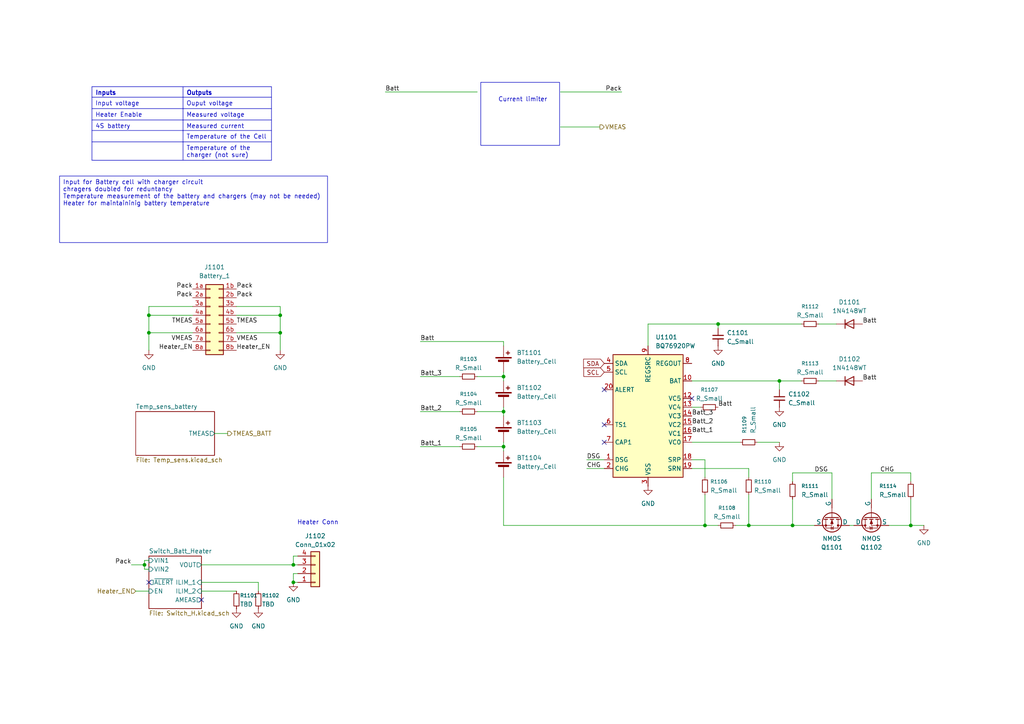
<source format=kicad_sch>
(kicad_sch (version 20250114) (generator "eeschema") (generator_version "9.0")
  (paper "A4")
  (lib_symbols
    (symbol "Battery_Management:BQ76920PW"
      (property "Reference" "U" (at -10.16 19.05 0))
      (property "Value" "BQ76920PW" (at 12.7 19.05 0))
      (symbol "BQ76920PW_0_1"
        (rectangle (start -10.16 17.78) (end 10.16 -17.78) (stroke (width 0.254)) (fill (type background)))
      )
      (symbol "BQ76920PW_1_0"
        (pin bidirectional line (at -12.7 7.62 0) (length 2.54) (name "ALERT") (number "20"))
        (pin passive line (at -12.7 -2.54 0) (length 2.54) (name "TS1") (number "6"))
        (pin passive line (at -12.7 -7.62 0) (length 2.54) (name "CAP1") (number "7"))
        (pin no_connect line (at -2.54 -17.78 90) (length 2.54) (hide yes) (name "NC") (number "11"))
        (pin power_in line (at 0 20.32 270) (length 2.54) (name "REGSRC") (number "9"))
        (pin power_out line (at 12.7 15.24 180) (length 2.54) (name "REGOUT") (number "8"))
        (pin input line (at 12.7 10.16 180) (length 2.54) (name "BAT") (number "10"))
        (pin input line (at 12.7 5.08 180) (length 2.54) (name "VC5") (number "12"))
        (pin input line (at 12.7 2.54 180) (length 2.54) (name "VC4") (number "13"))
        (pin input line (at 12.7 0 180) (length 2.54) (name "VC3") (number "14"))
        (pin input line (at 12.7 -2.54 180) (length 2.54) (name "VC2") (number "15"))
        (pin input line (at 12.7 -5.08 180) (length 2.54) (name "VC1") (number "16"))
        (pin input line (at 12.7 -7.62 180) (length 2.54) (name "VC0") (number "17"))
        (pin input line (at 12.7 -12.7 180) (length 2.54) (name "SRP") (number "18"))
        (pin input line (at 12.7 -15.24 180) (length 2.54) (name "SRN") (number "19"))
      )
      (symbol "BQ76920PW_1_1"
        (pin bidirectional line (at -12.7 15.24 0) (length 2.54) (name "SDA") (number "4"))
        (pin input line (at -12.7 12.7 0) (length 2.54) (name "SCL") (number "5"))
        (pin output line (at -12.7 -12.7 0) (length 2.54) (name "DSG") (number "1"))
        (pin output line (at -12.7 -15.24 0) (length 2.54) (name "CHG") (number "2"))
        (pin power_in line (at 0 -20.32 90) (length 2.54) (name "VSS") (number "3"))
      )
    )
    (symbol "Connector_Generic:Conn_01x04" (pin_names (offset 1.016) (hide yes))
      (property "Reference" "J" (at 0 5.08 0))
      (property "Value" "Conn_01x04" (at 0 -7.62 0))
      (symbol "Conn_01x04_1_1"
        (rectangle (start -1.27 3.81) (end 1.27 -6.35) (stroke (width 0.254)) (fill (type background)))
        (rectangle (start -1.27 2.667) (end 0 2.413) (stroke (width 0.1524)))
        (rectangle (start -1.27 0.127) (end 0 -0.127) (stroke (width 0.1524)))
        (rectangle (start -1.27 -2.413) (end 0 -2.667) (stroke (width 0.1524)))
        (rectangle (start -1.27 -4.953) (end 0 -5.207) (stroke (width 0.1524)))
        (pin passive line (at -5.08 2.54 0) (length 3.81) (name "Pin_1") (number "1"))
        (pin passive line (at -5.08 0 0) (length 3.81) (name "Pin_2") (number "2"))
        (pin passive line (at -5.08 -2.54 0) (length 3.81) (name "Pin_3") (number "3"))
        (pin passive line (at -5.08 -5.08 0) (length 3.81) (name "Pin_4") (number "4"))
      )
    )
    (symbol "Connector_Generic:Conn_02x08_Row_Letter_Last" (pin_names (offset 1.016) (hide yes))
      (property "Reference" "J" (at 1.27 10.16 0))
      (property "Value" "Conn_02x08_Row_Letter_Last" (at 1.27 -12.7 0))
      (symbol "Conn_02x08_Row_Letter_Last_1_1"
        (rectangle (start -1.27 8.89) (end 3.81 -11.43) (stroke (width 0.254)) (fill (type background)))
        (rectangle (start -1.27 7.747) (end 0 7.493) (stroke (width 0.1524)))
        (rectangle (start -1.27 5.207) (end 0 4.953) (stroke (width 0.1524)))
        (rectangle (start -1.27 2.667) (end 0 2.413) (stroke (width 0.1524)))
        (rectangle (start -1.27 0.127) (end 0 -0.127) (stroke (width 0.1524)))
        (rectangle (start -1.27 -2.413) (end 0 -2.667) (stroke (width 0.1524)))
        (rectangle (start -1.27 -4.953) (end 0 -5.207) (stroke (width 0.1524)))
        (rectangle (start -1.27 -7.493) (end 0 -7.747) (stroke (width 0.1524)))
        (rectangle (start -1.27 -10.033) (end 0 -10.287) (stroke (width 0.1524)))
        (rectangle (start 3.81 7.747) (end 2.54 7.493) (stroke (width 0.1524)))
        (rectangle (start 3.81 5.207) (end 2.54 4.953) (stroke (width 0.1524)))
        (rectangle (start 3.81 2.667) (end 2.54 2.413) (stroke (width 0.1524)))
        (rectangle (start 3.81 0.127) (end 2.54 -0.127) (stroke (width 0.1524)))
        (rectangle (start 3.81 -2.413) (end 2.54 -2.667) (stroke (width 0.1524)))
        (rectangle (start 3.81 -4.953) (end 2.54 -5.207) (stroke (width 0.1524)))
        (rectangle (start 3.81 -7.493) (end 2.54 -7.747) (stroke (width 0.1524)))
        (rectangle (start 3.81 -10.033) (end 2.54 -10.287) (stroke (width 0.1524)))
        (pin passive line (at -5.08 7.62 0) (length 3.81) (name "Pin_1a") (number "1a"))
        (pin passive line (at -5.08 5.08 0) (length 3.81) (name "Pin_2a") (number "2a"))
        (pin passive line (at -5.08 2.54 0) (length 3.81) (name "Pin_3a") (number "3a"))
        (pin passive line (at -5.08 0 0) (length 3.81) (name "Pin_4a") (number "4a"))
        (pin passive line (at -5.08 -2.54 0) (length 3.81) (name "Pin_5a") (number "5a"))
        (pin passive line (at -5.08 -5.08 0) (length 3.81) (name "Pin_6a") (number "6a"))
        (pin passive line (at -5.08 -7.62 0) (length 3.81) (name "Pin_7a") (number "7a"))
        (pin passive line (at -5.08 -10.16 0) (length 3.81) (name "Pin_8a") (number "8a"))
        (pin passive line (at 7.62 7.62 180) (length 3.81) (name "Pin_1b") (number "1b"))
        (pin passive line (at 7.62 5.08 180) (length 3.81) (name "Pin_2b") (number "2b"))
        (pin passive line (at 7.62 2.54 180) (length 3.81) (name "Pin_3b") (number "3b"))
        (pin passive line (at 7.62 0 180) (length 3.81) (name "Pin_4b") (number "4b"))
        (pin passive line (at 7.62 -2.54 180) (length 3.81) (name "Pin_5b") (number "5b"))
        (pin passive line (at 7.62 -5.08 180) (length 3.81) (name "Pin_6b") (number "6b"))
        (pin passive line (at 7.62 -7.62 180) (length 3.81) (name "Pin_7b") (number "7b"))
        (pin passive line (at 7.62 -10.16 180) (length 3.81) (name "Pin_8b") (number "8b"))
      )
    )
    (symbol "Device:Battery_Cell" (pin_numbers (hide yes)) (pin_names (offset 0) (hide yes))
      (property "Reference" "BT" (at 2.54 2.54 0))
      (property "Value" "Battery_Cell" (at 2.54 0 0))
      (symbol "Battery_Cell_0_1"
        (rectangle (start -2.286 1.778) (end 2.286 1.524) (fill (type outline)))
        (rectangle (start -1.524 1.016) (end 1.524 0.508) (fill (type outline)))
        (polyline (pts (xy 0 1.778) (xy 0 2.54)))
        (polyline (pts (xy 0 0.762) (xy 0 0)))
        (polyline (pts (xy 0.762 3.048) (xy 1.778 3.048)) (stroke (width 0.254)))
        (polyline (pts (xy 1.27 3.556) (xy 1.27 2.54)) (stroke (width 0.254)))
      )
      (symbol "Battery_Cell_1_1"
        (pin passive line (at 0 5.08 270) (length 2.54) (name "+") (number "1"))
        (pin passive line (at 0 -2.54 90) (length 2.54) (name "-") (number "2"))
      )
    )
    (symbol "Device:C_Small" (pin_numbers (hide yes)) (pin_names (offset 0.254) (hide yes))
      (property "Reference" "C" (at 0.254 1.778 0))
      (property "Value" "C_Small" (at 0.254 -2.032 0))
      (symbol "C_Small_0_1"
        (polyline (pts (xy -1.524 0.508) (xy 1.524 0.508)) (stroke (width 0.3048)))
        (polyline (pts (xy -1.524 -0.508) (xy 1.524 -0.508)) (stroke (width 0.3302)))
      )
      (symbol "C_Small_1_1"
        (pin passive line (at 0 2.54 270) (length 2.032) (name "~") (number "1"))
        (pin passive line (at 0 -2.54 90) (length 2.032) (name "~") (number "2"))
      )
    )
    (symbol "Device:R_Small" (pin_numbers (hide yes)) (pin_names (offset 0.254) (hide yes))
      (property "Reference" "R" (at 0 0 90))
      (property "Value" "R_Small" (at 1.778 0 90))
      (symbol "R_Small_0_1"
        (rectangle (start -0.762 1.778) (end 0.762 -1.778) (stroke (width 0.2032)))
      )
      (symbol "R_Small_1_1"
        (pin passive line (at 0 2.54 270) (length 0.762) (name "~") (number "1"))
        (pin passive line (at 0 -2.54 90) (length 0.762) (name "~") (number "2"))
      )
    )
    (symbol "Diode:1N4148WT" (pin_numbers (hide yes)) (pin_names (hide yes))
      (property "Reference" "D" (at 0 2.54 0))
      (property "Value" "1N4148WT" (at 0 -2.54 0))
      (symbol "1N4148WT_0_1"
        (polyline (pts (xy -1.27 1.27) (xy -1.27 -1.27)) (stroke (width 0.254)))
        (polyline (pts (xy 1.27 1.27) (xy 1.27 -1.27) (xy -1.27 0) (xy 1.27 1.27)) (stroke (width 0.254)))
        (polyline (pts (xy 1.27 0) (xy -1.27 0)))
      )
      (symbol "1N4148WT_1_1"
        (pin passive line (at -3.81 0 0) (length 2.54) (name "K") (number "1"))
        (pin passive line (at 3.81 0 180) (length 2.54) (name "A") (number "2"))
      )
    )
    (symbol "Simulation_SPICE:NMOS" (pin_numbers (hide yes)) (pin_names (offset 0))
      (property "Reference" "Q" (at 5.08 1.27 0))
      (property "Value" "NMOS" (at 5.08 -1.27 0))
      (symbol "NMOS_0_1"
        (polyline (pts (xy 0.254 1.905) (xy 0.254 -1.905)) (stroke (width 0.254)))
        (polyline (pts (xy 0.254 0) (xy -2.54 0)))
        (polyline (pts (xy 0.762 2.286) (xy 0.762 1.27)) (stroke (width 0.254)))
        (polyline (pts (xy 0.762 0.508) (xy 0.762 -0.508)) (stroke (width 0.254)))
        (polyline (pts (xy 0.762 -1.27) (xy 0.762 -2.286)) (stroke (width 0.254)))
        (polyline (pts (xy 0.762 -1.778) (xy 3.302 -1.778) (xy 3.302 1.778) (xy 0.762 1.778)))
        (polyline (pts (xy 1.016 0) (xy 2.032 0.381) (xy 2.032 -0.381) (xy 1.016 0)) (fill (type outline)))
        (circle (center 1.651 0) (radius 2.794) (stroke (width 0.254)))
        (polyline (pts (xy 2.54 2.54) (xy 2.54 1.778)))
        (circle (center 2.54 1.778) (radius 0.254) (fill (type outline)))
        (circle (center 2.54 -1.778) (radius 0.254) (fill (type outline)))
        (polyline (pts (xy 2.54 -2.54) (xy 2.54 0) (xy 0.762 0)))
        (polyline (pts (xy 2.794 0.508) (xy 2.921 0.381) (xy 3.683 0.381) (xy 3.81 0.254)))
        (polyline (pts (xy 3.302 0.381) (xy 2.921 -0.254) (xy 3.683 -0.254) (xy 3.302 0.381)))
      )
      (symbol "NMOS_1_1"
        (pin input line (at -5.08 0 0) (length 2.54) (name "G") (number "2"))
        (pin passive line (at 2.54 5.08 270) (length 2.54) (name "D") (number "1"))
        (pin passive line (at 2.54 -5.08 90) (length 2.54) (name "S") (number "3"))
      )
    )
    (symbol "power:GND" (power) (pin_numbers (hide yes)) (pin_names (offset 0) (hide yes))
      (property "Value" "GND" (at 0 -3.81 0))
      (symbol "GND_0_1"
        (polyline (pts (xy 0 0) (xy 0 -1.27) (xy 1.27 -1.27) (xy 0 -2.54) (xy -1.27 -1.27) (xy 0 -1.27)))
      )
      (symbol "GND_1_1"
        (pin power_in line (at 0 0 270) (length 0) (name "~") (number "1"))
      )
    )
  )
  (rectangle (start 139.446 23.876) (end 162.306 42.164))
  (text "Heater Conn" (at 92.202 151.638 0) (effects (font (size 1.27 1.27))))
  (text "Current limiter" (at 151.638 28.956 0) (effects (font (size 1.27 1.27))))
  (text_box "Power that charges the batteries is regulated by MPPT in SOL" (at 142.24 -13.97 0) (size 46.99 12.7) (margins 0.9525 0.9525 0.9525 0.9525) (effects (font (size 1.27 1.27)) (justify left top)))
  (text_box "Input for Battery cell with charger circuit\nchragers doubled for reduntancy\nTemperature measurement of the battery and chargers (may not be needed)\nHeater for maintaininig battery temperature" (at 17.272 51.054 0) (size 77.724 19.304) (margins 0.9525 0.9525 0.9525 0.9525) (effects (font (size 1.27 1.27)) (justify left top)))
  (junction (at 264.16 152.4))
  (junction (at 146.05 109.22))
  (junction (at 146.05 129.54))
  (junction (at 208.28 93.98))
  (junction (at 43.18 91.44))
  (junction (at 85.09 163.83))
  (junction (at 217.17 152.4))
  (junction (at 41.91 163.83))
  (junction (at 226.06 110.49))
  (junction (at 43.18 96.52))
  (junction (at 146.05 119.38))
  (junction (at 204.47 152.4))
  (junction (at 81.28 91.44))
  (junction (at 229.87 152.4))
  (junction (at 85.09 168.91))
  (junction (at 81.28 96.52))
  (no_connect (at 43.18 168.91))
  (no_connect (at 200.66 115.57))
  (no_connect (at 175.26 113.03))
  (no_connect (at 175.26 128.27))
  (no_connect (at 175.26 123.19))
  (no_connect (at 58.42 173.99))
  (wire (pts (xy 242.57 110.49) (xy 237.49 110.49)))
  (wire (pts (xy 208.28 93.98) (xy 187.96 93.98)))
  (wire (pts (xy 81.28 96.52) (xy 81.28 91.44)))
  (wire (pts (xy 187.96 93.98) (xy 187.96 100.33)))
  (wire (pts (xy 43.18 88.9) (xy 55.88 88.9)))
  (wire (pts (xy 81.28 101.6) (xy 81.28 96.52)))
  (wire (pts (xy 38.1 163.83) (xy 41.91 163.83)))
  (wire (pts (xy 232.41 110.49) (xy 226.06 110.49)))
  (wire (pts (xy 74.93 168.91) (xy 74.93 171.45)))
  (wire (pts (xy 217.17 152.4) (xy 229.87 152.4)))
  (wire (pts (xy 68.58 96.52) (xy 81.28 96.52)))
  (wire (pts (xy 39.37 171.45) (xy 43.18 171.45)))
  (wire (pts (xy 138.43 119.38) (xy 146.05 119.38)))
  (wire (pts (xy 146.05 129.54) (xy 146.05 128.27)))
  (wire (pts (xy 217.17 138.43) (xy 217.17 135.89)))
  (wire (pts (xy 58.42 168.91) (xy 74.93 168.91)))
  (wire (pts (xy 252.73 137.16) (xy 264.16 137.16)))
  (wire (pts (xy 138.43 109.22) (xy 146.05 109.22)))
  (wire (pts (xy 257.81 152.4) (xy 264.16 152.4)))
  (wire (pts (xy 68.58 88.9) (xy 81.28 88.9)))
  (wire (pts (xy 252.73 137.16) (xy 252.73 144.78)))
  (wire (pts (xy 146.05 109.22) (xy 146.05 110.49)))
  (wire (pts (xy 85.09 168.91) (xy 86.36 168.91)))
  (wire (pts (xy 146.05 138.43) (xy 146.05 152.4)))
  (wire (pts (xy 66.04 125.73) (xy 62.23 125.73)))
  (wire (pts (xy 43.18 101.6) (xy 43.18 96.52)))
  (wire (pts (xy 217.17 135.89) (xy 200.66 135.89)))
  (wire (pts (xy 170.18 133.35) (xy 175.26 133.35)))
  (wire (pts (xy 264.16 137.16) (xy 264.16 139.7)))
  (wire (pts (xy 43.18 96.52) (xy 55.88 96.52)))
  (wire (pts (xy 146.05 120.65) (xy 146.05 119.38)))
  (wire (pts (xy 146.05 119.38) (xy 146.05 118.11)))
  (wire (pts (xy 58.42 171.45) (xy 68.58 171.45)))
  (wire (pts (xy 41.91 163.83) (xy 41.91 165.1)))
  (wire (pts (xy 217.17 143.51) (xy 217.17 152.4)))
  (wire (pts (xy 226.06 128.27) (xy 219.71 128.27)))
  (wire (pts (xy 242.57 93.98) (xy 237.49 93.98)))
  (wire (pts (xy 200.66 128.27) (xy 214.63 128.27)))
  (wire (pts (xy 146.05 152.4) (xy 204.47 152.4)))
  (wire (pts (xy 121.92 109.22) (xy 133.35 109.22)))
  (wire (pts (xy 43.18 162.56) (xy 41.91 162.56)))
  (wire (pts (xy 41.91 165.1) (xy 43.18 165.1)))
  (wire (pts (xy 41.91 162.56) (xy 41.91 163.83)))
  (wire (pts (xy 229.87 137.16) (xy 241.3 137.16)))
  (wire (pts (xy 213.36 152.4) (xy 217.17 152.4)))
  (wire (pts (xy 43.18 91.44) (xy 55.88 91.44)))
  (wire (pts (xy 162.56 36.83) (xy 173.99 36.83)))
  (wire (pts (xy 229.87 152.4) (xy 236.22 152.4)))
  (wire (pts (xy 204.47 133.35) (xy 200.66 133.35)))
  (wire (pts (xy 203.2 118.11) (xy 200.66 118.11)))
  (wire (pts (xy 43.18 96.52) (xy 43.18 91.44)))
  (wire (pts (xy 85.09 161.29) (xy 85.09 163.83)))
  (wire (pts (xy 85.09 161.29) (xy 86.36 161.29)))
  (wire (pts (xy 204.47 143.51) (xy 204.47 152.4)))
  (wire (pts (xy 58.42 163.83) (xy 85.09 163.83)))
  (wire (pts (xy 170.18 135.89) (xy 175.26 135.89)))
  (wire (pts (xy 146.05 130.81) (xy 146.05 129.54)))
  (wire (pts (xy 232.41 93.98) (xy 208.28 93.98)))
  (wire (pts (xy 68.58 91.44) (xy 81.28 91.44)))
  (wire (pts (xy 43.18 88.9) (xy 43.18 91.44)))
  (wire (pts (xy 241.3 137.16) (xy 241.3 144.78)))
  (wire (pts (xy 246.38 152.4) (xy 247.65 152.4)))
  (wire (pts (xy 111.76 26.67) (xy 138.43 26.67)))
  (wire (pts (xy 138.43 129.54) (xy 146.05 129.54)))
  (wire (pts (xy 204.47 152.4) (xy 208.28 152.4)))
  (wire (pts (xy 226.06 110.49) (xy 200.66 110.49)))
  (wire (pts (xy 121.92 119.38) (xy 133.35 119.38)))
  (wire (pts (xy 85.09 166.37) (xy 86.36 166.37)))
  (wire (pts (xy 146.05 99.06) (xy 146.05 100.33)))
  (wire (pts (xy 264.16 152.4) (xy 267.97 152.4)))
  (wire (pts (xy 162.56 26.67) (xy 180.34 26.67)))
  (wire (pts (xy 81.28 88.9) (xy 81.28 91.44)))
  (wire (pts (xy 229.87 137.16) (xy 229.87 139.7)))
  (wire (pts (xy 121.92 99.06) (xy 146.05 99.06)))
  (wire (pts (xy 208.28 95.25) (xy 208.28 93.98)))
  (wire (pts (xy 85.09 163.83) (xy 86.36 163.83)))
  (wire (pts (xy 226.06 113.03) (xy 226.06 110.49)))
  (wire (pts (xy 204.47 138.43) (xy 204.47 133.35)))
  (wire (pts (xy 264.16 144.78) (xy 264.16 152.4)))
  (wire (pts (xy 85.09 168.91) (xy 85.09 166.37)))
  (wire (pts (xy 146.05 107.95) (xy 146.05 109.22)))
  (wire (pts (xy 121.92 129.54) (xy 133.35 129.54)))
  (wire (pts (xy 229.87 144.78) (xy 229.87 152.4)))
  (table (column_count 2) (border (external yes) (header yes)) (separators (rows yes) (cols yes)) (column_widths 26.416 25.654) (row_heights 3.048 3.302 3.302 3.048 3.302 5.334) (cells (table_cell "Inputs" (at 26.67 25.146 0) (size 26.416 3.048) (margins 0.9525 0.9525 0.9525 0.9525) (span 1 1)) (table_cell "Outputs" (at 53.086 25.146 0) (size 25.654 3.048) (margins 0.9525 0.9525 0.9525 0.9525) (span 1 1)) (table_cell "Input voltage" (at 26.67 28.194 0) (size 26.416 3.302) (margins 0.9525 0.9525 0.9525 0.9525) (span 1 1)) (table_cell "Ouput voltage" (at 53.086 28.194 0) (size 25.654 3.302) (margins 0.9525 0.9525 0.9525 0.9525) (span 1 1)) (table_cell "Heater Enable" (at 26.67 31.496 0) (size 26.416 3.302) (margins 0.9525 0.9525 0.9525 0.9525) (span 1 1)) (table_cell "Measured voltage" (at 53.086 31.496 0) (size 25.654 3.302) (margins 0.9525 0.9525 0.9525 0.9525) (span 1 1)) (table_cell "4S battery" (at 26.67 34.798 0) (size 26.416 3.048) (margins 1 0.9525 1 0.9525) (span 1 1)) (table_cell "Measured current" (at 53.086 34.798 0) (size 25.654 3.048) (margins 0.9525 0.9525 0.9525 0.9525) (span 1 1)) (table_cell "" (at 26.67 37.846 0) (size 26.416 3.302) (margins 0.9525 0.9525 0.9525 0.9525) (span 1 1)) (table_cell "Temperature of the Cell" (at 53.086 37.846 0) (size 25.654 3.302) (margins 0.9525 0.9525 0.9525 0.9525) (span 1 1)) (table_cell "" (at 26.67 41.148 0) (size 26.416 5.334) (margins 0.9525 0.9525 0.9525 0.9525) (span 1 1)) (table_cell "Temperature of the charger (not sure)" (at 53.086 41.148 0) (size 25.654 5.334) (margins 0.9525 0.9525 0.9525 0.9525) (span 1 1))))
  (label "TMEAS" (at 55.88 93.98 180))
  (label "VMEAS" (at 68.58 99.06 0))
  (label "Pack" (at 55.88 86.36 180))
  (label "Heater_EN" (at 68.58 101.6 0))
  (label "Batt" (at 208.28 118.11 0))
  (label "Pack" (at 180.34 26.67 180))
  (label "DSG" (at 236.22 137.16 0))
  (label "Batt" (at 250.19 110.49 0))
  (label "Batt" (at 121.92 99.06 0))
  (label "Batt_1" (at 200.66 125.73 0))
  (label "Pack" (at 38.1 163.83 180))
  (label "DSG" (at 170.18 133.35 0))
  (label "Batt" (at 250.19 93.98 0))
  (label "Pack" (at 68.58 86.36 0))
  (label "Batt" (at 111.76 26.67 0))
  (label "Batt_2" (at 200.66 123.19 0))
  (label "VMEAS" (at 55.88 99.06 180))
  (label "Heater_EN" (at 55.88 101.6 180))
  (label "Pack" (at 55.88 83.82 180))
  (label "Batt_2" (at 121.92 119.38 0))
  (label "CHG" (at 255.27 137.16 0))
  (label "CHG" (at 170.18 135.89 0))
  (label "Pack" (at 68.58 83.82 0))
  (label "Batt_3" (at 121.92 109.22 0))
  (label "Batt_3" (at 200.66 120.65 0))
  (label "Batt_1" (at 121.92 129.54 0))
  (label "TMEAS" (at 68.58 93.98 0))
  (global_label "SDA" (shape input) (at 175.26 105.41 180) (property "Intersheetrefs" "${INTERSHEET_REFS}" (effects (hide yes))) (property "Netclass" "I2C" (effects (hide yes))))
  (global_label "SCL" (shape input) (at 175.26 107.95 180) (property "Intersheetrefs" "${INTERSHEET_REFS}" (effects (hide yes))) (property "Netclass" "I2C" (effects (hide yes))))
  (hierarchical_label "VMEAS" (shape output) (at 173.99 36.83 0))
  (hierarchical_label "Heater_EN" (shape input) (at 39.37 171.45 180))
  (hierarchical_label "TMEAS_BATT" (shape output) (at 66.04 125.73 0))
  (symbol (lib_id "Connector_Generic:Conn_01x04") (at 91.44 166.37 0) (mirror x) (unit 1)
    (property "Reference" "J1102" (at 91.44 155.448 0))
    (property "Value" "Conn_01x02" (at 91.44 157.988 0))
    (property "Description" "Generic connector, single row, 01x04, script generated (kicad-library-utils/schlib/autogen/connector/)" (effects (hide yes)))
    (instances (project "EPS" (path "" (reference "J1102") (unit 1)) (path "" (reference "J1302") (unit 1))))
  )
  (symbol (lib_id "Device:R_Small") (at 74.93 173.99 180) (unit 1)
    (property "Reference" "R1102" (at 75.946 172.72 0) (effects (font (size 1.016 1.016)) (justify right)))
    (property "Value" "TBD" (at 75.946 175.26 0) (effects (justify right)))
    (property "Footprint" "Resistor_SMD:R_0603_1608Metric_Pad0.98x0.95mm_HandSolder" (effects (hide yes)))
    (property "Description" "Resistor, small symbol" (effects (hide yes)))
    (instances (project "EPS" (path "" (reference "R1102") (unit 1)) (path "" (reference "R1302") (unit 1))))
  )
  (symbol (lib_id "Device:R_Small") (at 229.87 142.24 0) (unit 1)
    (property "Reference" "R1111" (at 232.41 140.9699 0) (effects (font (size 1.016 1.016)) (justify left)))
    (property "Value" "R_Small" (at 232.41 143.5099 0) (effects (justify left)))
    (property "Footprint" "Resistor_SMD:R_0603_1608Metric_Pad0.98x0.95mm_HandSolder" (effects (hide yes)))
    (property "Description" "Resistor, small symbol" (effects (hide yes)))
    (instances (project "EPS" (path "" (reference "R1111") (unit 1)) (path "" (reference "R1311") (unit 1))))
  )
  (symbol (lib_id "power:GND") (at 226.06 128.27 0) (unit 1)
    (property "Reference" "#PWR01109" (effects (hide yes)))
    (property "Value" "GND" (at 226.06 133.35 0))
    (property "Description" "Power symbol creates a global label with name \"GND\" , ground" (effects (hide yes)))
    (instances (project "EPS" (path "" (reference "#PWR01109") (unit 1)) (path "" (reference "#PWR01309") (unit 1))))
  )
  (symbol (lib_id "Device:R_Small") (at 217.17 140.97 0) (unit 1)
    (property "Reference" "R1110" (at 218.694 139.7 0) (effects (font (size 1.016 1.016)) (justify left)))
    (property "Value" "R_Small" (at 218.694 142.24 0) (effects (justify left)))
    (property "Footprint" "Resistor_SMD:R_0603_1608Metric_Pad0.98x0.95mm_HandSolder" (effects (hide yes)))
    (property "Description" "Resistor, small symbol" (effects (hide yes)))
    (instances (project "EPS" (path "" (reference "R1110") (unit 1)) (path "" (reference "R1310") (unit 1))))
  )
  (symbol (lib_id "Device:R_Small") (at 135.89 129.54 270) (unit 1)
    (property "Reference" "R1105" (at 135.89 124.46 90) (effects (font (size 1.016 1.016))))
    (property "Value" "R_Small" (at 135.89 127 90))
    (property "Footprint" "Resistor_SMD:R_0603_1608Metric_Pad0.98x0.95mm_HandSolder" (effects (hide yes)))
    (property "Description" "Resistor, small symbol" (effects (hide yes)))
    (instances (project "EPS" (path "" (reference "R1105") (unit 1)) (path "" (reference "R1305") (unit 1))))
  )
  (symbol (lib_id "power:GND") (at 267.97 152.4 0) (unit 1)
    (property "Reference" "#PWR01110" (effects (hide yes)))
    (property "Value" "GND" (at 267.97 157.48 0))
    (property "Description" "Power symbol creates a global label with name \"GND\" , ground" (effects (hide yes)))
    (instances (project "EPS" (path "" (reference "#PWR01110") (unit 1)) (path "" (reference "#PWR01310") (unit 1))))
  )
  (symbol (lib_id "Simulation_SPICE:NMOS") (at 241.3 149.86 270) (unit 1)
    (property "Reference" "Q1101" (at 241.3 158.75 90))
    (property "Value" "NMOS" (at 241.3 156.21 90))
    (property "Footprint" "Package_TO_SOT_SMD:SOT-23-6" (effects (hide yes)))
    (property "Datasheet" "https://ngspice.sourceforge.io/docs/ngspice-html-manual/manual.xhtml#cha_MOSFETs" (effects (hide yes)))
    (property "Description" "N-MOSFET transistor, drain/source/gate" (effects (hide yes)))
    (property "Sim.Device" "NMOS" (effects (hide yes)))
    (property "Sim.Type" "VDMOS" (effects (hide yes)))
    (property "Sim.Pins" "1=D 2=G 3=S" (effects (hide yes)))
    (instances (project "EPS" (path "" (reference "Q1101") (unit 1)) (path "" (reference "Q1301") (unit 1))))
  )
  (symbol (lib_id "Device:Battery_Cell") (at 146.05 125.73 0) (unit 1)
    (property "Reference" "BT1103" (at 149.86 122.6184 0) (effects (justify left)))
    (property "Value" "Battery_Cell" (at 149.86 125.1584 0) (effects (justify left)))
    (property "Description" "Single-cell battery" (effects (hide yes)))
    (instances (project "EPS" (path "" (reference "BT1103") (unit 1)) (path "" (reference "BT1303") (unit 1))))
  )
  (symbol (lib_id "Device:R_Small") (at 210.82 152.4 90) (unit 1)
    (property "Reference" "R1108" (at 210.82 147.32 90) (effects (font (size 1.016 1.016))))
    (property "Value" "R_Small" (at 210.82 149.86 90))
    (property "Footprint" "Resistor_SMD:R_0603_1608Metric_Pad0.98x0.95mm_HandSolder" (effects (hide yes)))
    (property "Description" "Resistor, small symbol" (effects (hide yes)))
    (instances (project "EPS" (path "" (reference "R1108") (unit 1)) (path "" (reference "R1308") (unit 1))))
  )
  (symbol (lib_id "Device:Battery_Cell") (at 146.05 105.41 0) (unit 1)
    (property "Reference" "BT1101" (at 149.86 102.2984 0) (effects (justify left)))
    (property "Value" "Battery_Cell" (at 149.86 104.8384 0) (effects (justify left)))
    (property "Description" "Single-cell battery" (effects (hide yes)))
    (instances (project "" (path "" (reference "BT1101") (unit 1)) (path "" (reference "BT1301") (unit 1))))
  )
  (symbol (lib_id "power:GND") (at 208.28 100.33 0) (unit 1)
    (property "Reference" "#PWR01107" (effects (hide yes)))
    (property "Value" "GND" (at 208.28 105.41 0))
    (property "Description" "Power symbol creates a global label with name \"GND\" , ground" (effects (hide yes)))
    (instances (project "EPS" (path "" (reference "#PWR01107") (unit 1)) (path "" (reference "#PWR01307") (unit 1))))
  )
  (symbol (lib_id "Device:C_Small") (at 208.28 97.79 0) (unit 1)
    (property "Reference" "C1101" (at 210.82 96.5262 0) (effects (justify left)))
    (property "Value" "C_Small" (at 210.82 99.0662 0) (effects (justify left)))
    (property "Footprint" "Capacitor_SMD:C_0603_1608Metric_Pad1.08x0.95mm_HandSolder" (effects (hide yes)))
    (property "Description" "Unpolarized capacitor, small symbol" (effects (hide yes)))
    (instances (project "" (path "" (reference "C1101") (unit 1)) (path "" (reference "C1301") (unit 1))))
  )
  (symbol (lib_id "Device:R_Small") (at 135.89 109.22 270) (unit 1)
    (property "Reference" "R1103" (at 135.89 104.14 90) (effects (font (size 1.016 1.016))))
    (property "Value" "R_Small" (at 135.89 106.68 90))
    (property "Footprint" "Resistor_SMD:R_0603_1608Metric_Pad0.98x0.95mm_HandSolder" (effects (hide yes)))
    (property "Description" "Resistor, small symbol" (effects (hide yes)))
    (instances (project "EPS" (path "" (reference "R1103") (unit 1)) (path "" (reference "R1303") (unit 1))))
  )
  (symbol (lib_id "Connector_Generic:Conn_02x08_Row_Letter_Last") (at 60.96 91.44 0) (unit 1)
    (property "Reference" "J1101" (at 62.23 77.47 0))
    (property "Value" "Battery_1" (at 62.23 80.01 0))
    (property "Footprint" "Connector_Harwin:Harwin_Gecko-G125-FVX1605L0X_2x08_P1.25mm_Vertical" (effects (hide yes)))
    (property "Description" "Generic connector, double row, 02x08, row letter last pin numbering scheme (pin number consists of a letter for the row and a number for the pin index in this row. 1a, ..., Na; 1b, ..., Nb)), script generated (kicad-library-utils/schlib/autogen/connector/)" (effects (hide yes)))
    (instances (project "EPS" (path "" (reference "J1101") (unit 1)) (path "" (reference "J1301") (unit 1))))
  )
  (symbol (lib_id "Device:R_Small") (at 135.89 119.38 270) (unit 1)
    (property "Reference" "R1104" (at 135.89 114.3 90) (effects (font (size 1.016 1.016))))
    (property "Value" "R_Small" (at 135.89 116.84 90))
    (property "Footprint" "Resistor_SMD:R_0603_1608Metric_Pad0.98x0.95mm_HandSolder" (effects (hide yes)))
    (property "Description" "Resistor, small symbol" (effects (hide yes)))
    (instances (project "EPS" (path "" (reference "R1104") (unit 1)) (path "" (reference "R1304") (unit 1))))
  )
  (symbol (lib_id "Device:R_Small") (at 68.58 173.99 180) (unit 1)
    (property "Reference" "R1101" (at 69.596 172.72 0) (effects (font (size 1.016 1.016)) (justify right)))
    (property "Value" "TBD" (at 69.596 175.26 0) (effects (justify right)))
    (property "Footprint" "Resistor_SMD:R_0603_1608Metric_Pad0.98x0.95mm_HandSolder" (effects (hide yes)))
    (property "Description" "Resistor, small symbol" (effects (hide yes)))
    (instances (project "EPS" (path "" (reference "R1101") (unit 1)) (path "" (reference "R1301") (unit 1))))
  )
  (symbol (lib_id "power:GND") (at 85.09 168.91 0) (unit 1)
    (property "Reference" "#PWR01104" (effects (hide yes)))
    (property "Value" "GND" (at 85.09 173.99 0))
    (property "Description" "Power symbol creates a global label with name \"GND\" , ground" (effects (hide yes)))
    (instances (project "EPS" (path "" (reference "#PWR01104") (unit 1)) (path "" (reference "#PWR01304") (unit 1))))
  )
  (symbol (lib_id "power:GND") (at 187.96 140.97 0) (unit 1)
    (property "Reference" "#PWR01106" (effects (hide yes)))
    (property "Value" "GND" (at 187.96 146.05 0))
    (property "Description" "Power symbol creates a global label with name \"GND\" , ground" (effects (hide yes)))
    (instances (project "EPS" (path "" (reference "#PWR01106") (unit 1)) (path "" (reference "#PWR01306") (unit 1))))
  )
  (symbol (lib_id "Simulation_SPICE:NMOS") (at 252.73 149.86 90) (mirror x) (unit 1)
    (property "Reference" "Q1102" (at 252.73 158.75 90))
    (property "Value" "NMOS" (at 252.73 156.21 90))
    (property "Footprint" "Package_TO_SOT_SMD:SOT-23-6" (effects (hide yes)))
    (property "Datasheet" "https://ngspice.sourceforge.io/docs/ngspice-html-manual/manual.xhtml#cha_MOSFETs" (effects (hide yes)))
    (property "Description" "N-MOSFET transistor, drain/source/gate" (effects (hide yes)))
    (property "Sim.Device" "NMOS" (effects (hide yes)))
    (property "Sim.Type" "VDMOS" (effects (hide yes)))
    (property "Sim.Pins" "1=D 2=G 3=S" (effects (hide yes)))
    (instances (project "EPS" (path "" (reference "Q1102") (unit 1)) (path "" (reference "Q1302") (unit 1))))
  )
  (symbol (lib_id "Device:R_Small") (at 234.95 110.49 270) (unit 1)
    (property "Reference" "R1113" (at 234.95 105.41 90) (effects (font (size 1.016 1.016))))
    (property "Value" "R_Small" (at 234.95 107.95 90))
    (property "Footprint" "Resistor_SMD:R_0603_1608Metric_Pad0.98x0.95mm_HandSolder" (effects (hide yes)))
    (property "Description" "Resistor, small symbol" (effects (hide yes)))
    (instances (project "EPS" (path "" (reference "R1113") (unit 1)) (path "" (reference "R1313") (unit 1))))
  )
  (symbol (lib_id "power:GND") (at 74.93 176.53 0) (unit 1)
    (property "Reference" "#PWR01103" (effects (hide yes)))
    (property "Value" "GND" (at 74.93 181.61 0))
    (property "Description" "Power symbol creates a global label with name \"GND\" , ground" (effects (hide yes)))
    (instances (project "EPS" (path "" (reference "#PWR01103") (unit 1)) (path "" (reference "#PWR01303") (unit 1))))
  )
  (symbol (lib_id "power:GND") (at 81.28 101.6 0) (unit 1)
    (property "Reference" "#PWR01105" (effects (hide yes)))
    (property "Value" "GND" (at 81.28 106.68 0))
    (property "Description" "Power symbol creates a global label with name \"GND\" , ground" (effects (hide yes)))
    (instances (project "EPS" (path "" (reference "#PWR01105") (unit 1)) (path "" (reference "#PWR01305") (unit 1))))
  )
  (symbol (lib_id "Device:R_Small") (at 264.16 142.24 0) (unit 1)
    (property "Reference" "R1114" (at 255.016 140.97 0) (effects (font (size 1.016 1.016)) (justify left)))
    (property "Value" "R_Small" (at 255.016 143.51 0) (effects (justify left)))
    (property "Footprint" "Resistor_SMD:R_0603_1608Metric_Pad0.98x0.95mm_HandSolder" (effects (hide yes)))
    (property "Description" "Resistor, small symbol" (effects (hide yes)))
    (instances (project "EPS" (path "" (reference "R1114") (unit 1)) (path "" (reference "R1314") (unit 1))))
  )
  (symbol (lib_id "Diode:1N4148WT") (at 246.38 93.98 0) (unit 1)
    (property "Reference" "D1101" (at 246.38 87.63 0))
    (property "Value" "1N4148WT" (at 246.38 90.17 0))
    (property "Footprint" "Diode_SMD:D_SOD-523" (effects (hide yes)))
    (property "Datasheet" "https://www.diodes.com/assets/Datasheets/ds30396.pdf" (effects (hide yes)))
    (property "Description" "75V 0.15A Fast switching Diode, SOD-523" (effects (hide yes)))
    (property "Sim.Device" "D" (effects (hide yes)))
    (property "Sim.Pins" "1=K 2=A" (effects (hide yes)))
    (instances (project "EPS" (path "" (reference "D1101") (unit 1)) (path "" (reference "D1301") (unit 1))))
  )
  (symbol (lib_id "power:GND") (at 68.58 176.53 0) (unit 1)
    (property "Reference" "#PWR01102" (effects (hide yes)))
    (property "Value" "GND" (at 68.58 181.61 0))
    (property "Description" "Power symbol creates a global label with name \"GND\" , ground" (effects (hide yes)))
    (instances (project "EPS" (path "" (reference "#PWR01102") (unit 1)) (path "" (reference "#PWR01302") (unit 1))))
  )
  (symbol (lib_id "Device:Battery_Cell") (at 146.05 135.89 0) (unit 1)
    (property "Reference" "BT1104" (at 149.86 132.7784 0) (effects (justify left)))
    (property "Value" "Battery_Cell" (at 149.86 135.3184 0) (effects (justify left)))
    (property "Description" "Single-cell battery" (effects (hide yes)))
    (instances (project "EPS" (path "" (reference "BT1104") (unit 1)) (path "" (reference "BT1304") (unit 1))))
  )
  (symbol (lib_id "Device:R_Small") (at 234.95 93.98 270) (unit 1)
    (property "Reference" "R1112" (at 234.95 88.9 90) (effects (font (size 1.016 1.016))))
    (property "Value" "R_Small" (at 234.95 91.44 90))
    (property "Footprint" "Resistor_SMD:R_0603_1608Metric_Pad0.98x0.95mm_HandSolder" (effects (hide yes)))
    (property "Description" "Resistor, small symbol" (effects (hide yes)))
    (instances (project "EPS" (path "" (reference "R1112") (unit 1)) (path "" (reference "R1312") (unit 1))))
  )
  (symbol (lib_id "Device:Battery_Cell") (at 146.05 115.57 0) (unit 1)
    (property "Reference" "BT1102" (at 149.86 112.4584 0) (effects (justify left)))
    (property "Value" "Battery_Cell" (at 149.86 114.9984 0) (effects (justify left)))
    (property "Description" "Single-cell battery" (effects (hide yes)))
    (instances (project "EPS" (path "" (reference "BT1102") (unit 1)) (path "" (reference "BT1302") (unit 1))))
  )
  (symbol (lib_id "power:GND") (at 43.18 101.6 0) (unit 1)
    (property "Reference" "#PWR01101" (effects (hide yes)))
    (property "Value" "GND" (at 43.18 106.68 0))
    (property "Description" "Power symbol creates a global label with name \"GND\" , ground" (effects (hide yes)))
    (instances (project "EPS" (path "" (reference "#PWR01101") (unit 1)) (path "" (reference "#PWR01301") (unit 1))))
  )
  (symbol (lib_id "Battery_Management:BQ76920PW") (at 187.96 120.65 0) (unit 1)
    (property "Reference" "U1101" (at 190.1033 97.79 0) (effects (justify left)))
    (property "Value" "BQ76920PW" (at 190.1033 100.33 0) (effects (justify left)))
    (property "Footprint" "Package_SO:TSSOP-20_4.4x6.5mm_P0.65mm" (effects (hide yes)))
    (property "Datasheet" "http://www.ti.com/lit/ds/symlink/bq76920.pdf" (effects (hide yes)))
    (property "Description" "Lithium battery monitor, 3-5 cells, integrated balancing, I2C interface, TSSOP-20" (effects (hide yes)))
    (instances (project "" (path "" (reference "U1101") (unit 1)) (path "" (reference "U1301") (unit 1))))
  )
  (symbol (lib_id "Device:R_Small") (at 205.74 118.11 270) (unit 1)
    (property "Reference" "R1107" (at 205.74 113.03 90) (effects (font (size 1.016 1.016))))
    (property "Value" "R_Small" (at 205.74 115.57 90))
    (property "Footprint" "Resistor_SMD:R_0603_1608Metric_Pad0.98x0.95mm_HandSolder" (effects (hide yes)))
    (property "Description" "Resistor, small symbol" (effects (hide yes)))
    (instances (project "EPS" (path "" (reference "R1107") (unit 1)) (path "" (reference "R1307") (unit 1))))
  )
  (symbol (lib_id "Device:C_Small") (at 226.06 115.57 0) (unit 1)
    (property "Reference" "C1102" (at 228.6 114.3062 0) (effects (justify left)))
    (property "Value" "C_Small" (at 228.6 116.8462 0) (effects (justify left)))
    (property "Footprint" "Capacitor_SMD:C_0603_1608Metric_Pad1.08x0.95mm_HandSolder" (effects (hide yes)))
    (property "Description" "Unpolarized capacitor, small symbol" (effects (hide yes)))
    (instances (project "EPS" (path "" (reference "C1102") (unit 1)) (path "" (reference "C1302") (unit 1))))
  )
  (symbol (lib_id "Device:R_Small") (at 217.17 128.27 90) (unit 1)
    (property "Reference" "R1109" (at 215.8999 125.73 0) (effects (font (size 1.016 1.016)) (justify left)))
    (property "Value" "R_Small" (at 218.4399 125.73 0) (effects (justify left)))
    (property "Footprint" "Resistor_SMD:R_0603_1608Metric_Pad0.98x0.95mm_HandSolder" (effects (hide yes)))
    (property "Description" "Resistor, small symbol" (effects (hide yes)))
    (instances (project "EPS" (path "" (reference "R1109") (unit 1)) (path "" (reference "R1309") (unit 1))))
  )
  (symbol (lib_id "Diode:1N4148WT") (at 246.38 110.49 0) (unit 1)
    (property "Reference" "D1102" (at 246.38 104.14 0))
    (property "Value" "1N4148WT" (at 246.38 106.68 0))
    (property "Footprint" "Diode_SMD:D_SOD-523" (effects (hide yes)))
    (property "Datasheet" "https://www.diodes.com/assets/Datasheets/ds30396.pdf" (effects (hide yes)))
    (property "Description" "75V 0.15A Fast switching Diode, SOD-523" (effects (hide yes)))
    (property "Sim.Device" "D" (effects (hide yes)))
    (property "Sim.Pins" "1=K 2=A" (effects (hide yes)))
    (instances (project "EPS" (path "" (reference "D1102") (unit 1)) (path "" (reference "D1302") (unit 1))))
  )
  (symbol (lib_id "Device:R_Small") (at 204.47 140.97 180) (unit 1)
    (property "Reference" "R1106" (at 205.994 139.7 0) (effects (font (size 1.016 1.016)) (justify right)))
    (property "Value" "R_Small" (at 205.994 142.24 0) (effects (justify right)))
    (property "Footprint" "Resistor_SMD:R_0603_1608Metric_Pad0.98x0.95mm_HandSolder" (effects (hide yes)))
    (property "Description" "Resistor, small symbol" (effects (hide yes)))
    (instances (project "EPS" (path "" (reference "R1106") (unit 1)) (path "" (reference "R1306") (unit 1))))
  )
  (symbol (lib_id "power:GND") (at 226.06 118.11 0) (unit 1)
    (property "Reference" "#PWR01108" (effects (hide yes)))
    (property "Value" "GND" (at 226.06 123.19 0))
    (property "Description" "Power symbol creates a global label with name \"GND\" , ground" (effects (hide yes)))
    (instances (project "EPS" (path "" (reference "#PWR01108") (unit 1)) (path "" (reference "#PWR01308") (unit 1))))
  )
  (sheet (at 43.18 161.29) (size 15.24 15.24) (stroke (width 0.1524))
    (property "Sheetname" "Switch_Batt_Heater" (at 43.18 160.5784 0) (effects (justify left bottom)))
    (property "Sheetfile" "Switch_H.kicad_sch" (at 43.18 177.1146 0) (effects (justify left top)))
    (pin "AMEAS" output (at 58.42 173.99 0))
    (pin "EN" input (at 43.18 171.45 180))
    (pin "ILIM_1" input (at 58.42 168.91 0))
    (pin "ILIM_2" input (at 58.42 171.45 0))
    (pin "VOUT" output (at 58.42 163.83 0))
    (pin "~{ALERT}" output (at 43.18 168.91 180))
    (pin "VIN1" input (at 43.18 162.56 180))
    (pin "VIN2" input (at 43.18 165.1 180))
  )
  (sheet (at 39.37 119.38) (size 22.86 12.7) (stroke (width 0.1524))
    (property "Sheetname" "Temp_sens_battery" (at 39.37 118.6684 0) (effects (justify left bottom)))
    (property "Sheetfile" "Temp_sens.kicad_sch" (at 39.37 132.6646 0) (effects (justify left top)))
    (pin "TMEAS" output (at 62.23 125.73 0))
  )
)
</source>
